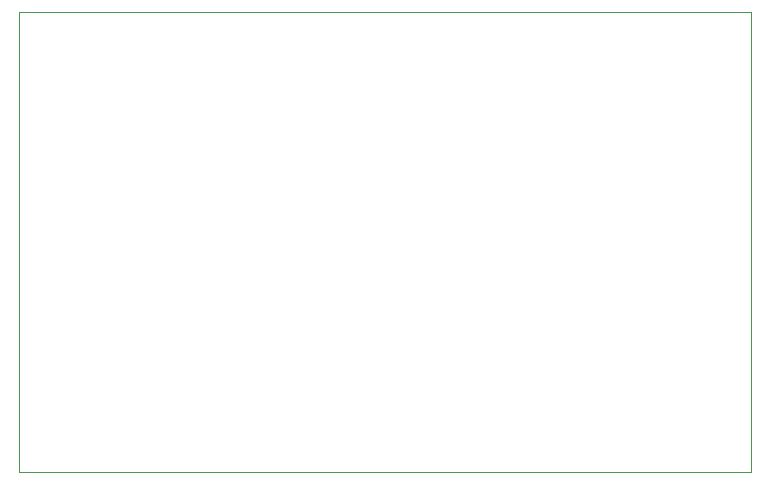
<source format=gm1>
G04 #@! TF.GenerationSoftware,KiCad,Pcbnew,(5.1.5)-3*
G04 #@! TF.CreationDate,2020-05-09T18:25:30-04:00*
G04 #@! TF.ProjectId,motor_arm,6d6f746f-725f-4617-926d-2e6b69636164,rev?*
G04 #@! TF.SameCoordinates,Original*
G04 #@! TF.FileFunction,Profile,NP*
%FSLAX46Y46*%
G04 Gerber Fmt 4.6, Leading zero omitted, Abs format (unit mm)*
G04 Created by KiCad (PCBNEW (5.1.5)-3) date 2020-05-09 18:25:30*
%MOMM*%
%LPD*%
G04 APERTURE LIST*
%ADD10C,0.050000*%
G04 APERTURE END LIST*
D10*
X104000000Y-96000000D02*
X42000000Y-96000000D01*
X104000000Y-57000000D02*
X104000000Y-96000000D01*
X42000000Y-57000000D02*
X104000000Y-57000000D01*
X42000000Y-96000000D02*
X42000000Y-57000000D01*
M02*

</source>
